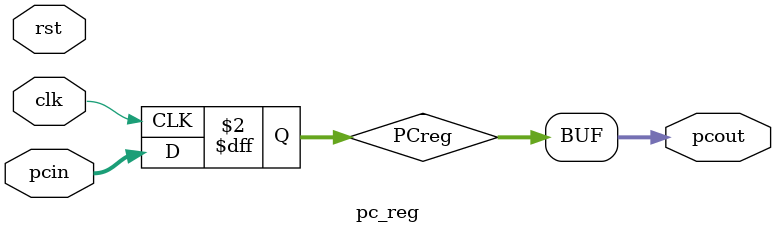
<source format=sv>
module pc_reg #(
    parameter WIDTH = 32
)(
    input   logic               clk,    // clock
    input   logic               rst,    // reset
    input   logic   [WIDTH-1:0] pcin,   // 32-bit input pc
    output   logic  [WIDTH-1:0] pcout   // 32-bit output pc
);

    logic   [WIDTH-1:0]           PCreg;    // 32-bit register

    always_ff @(posedge clk)
    begin
        PCreg <= pcin;      // removed rst setting pc to 0
    end

    assign pcout = PCreg; // fixed pc delay

endmodule



</source>
